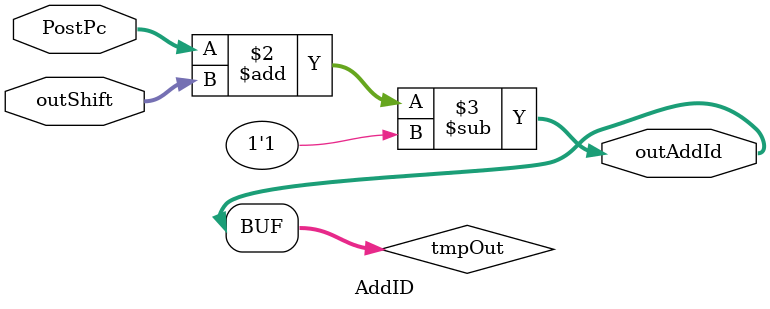
<source format=v>
`timescale 1ns / 1ps
module AddID(
	
	input [31:0] outShift,PostPc,
	output [31:0] outAddId
    );
reg [31:0] tmpOut;
initial
begin
	tmpOut = 0;
end

always @(*)
begin
	tmpOut = PostPc + outShift - 1'b1;
end
assign outAddId = tmpOut;
endmodule

</source>
